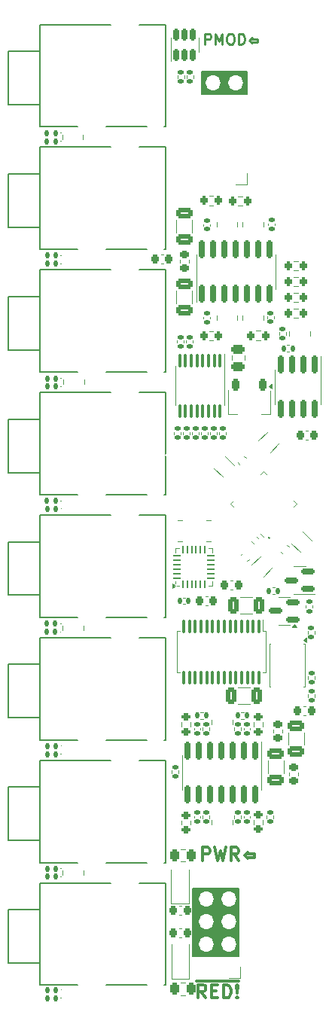
<source format=gbr>
%TF.GenerationSoftware,KiCad,Pcbnew,9.0.2*%
%TF.CreationDate,2025-06-26T18:02:10+02:00*%
%TF.ProjectId,eurorack-pmod-pcb,6575726f-7261-4636-9b2d-706d6f642d70,rev?*%
%TF.SameCoordinates,Original*%
%TF.FileFunction,Legend,Top*%
%TF.FilePolarity,Positive*%
%FSLAX46Y46*%
G04 Gerber Fmt 4.6, Leading zero omitted, Abs format (unit mm)*
G04 Created by KiCad (PCBNEW 9.0.2) date 2025-06-26 18:02:10*
%MOMM*%
%LPD*%
G01*
G04 APERTURE LIST*
G04 Aperture macros list*
%AMRoundRect*
0 Rectangle with rounded corners*
0 $1 Rounding radius*
0 $2 $3 $4 $5 $6 $7 $8 $9 X,Y pos of 4 corners*
0 Add a 4 corners polygon primitive as box body*
4,1,4,$2,$3,$4,$5,$6,$7,$8,$9,$2,$3,0*
0 Add four circle primitives for the rounded corners*
1,1,$1+$1,$2,$3*
1,1,$1+$1,$4,$5*
1,1,$1+$1,$6,$7*
1,1,$1+$1,$8,$9*
0 Add four rect primitives between the rounded corners*
20,1,$1+$1,$2,$3,$4,$5,0*
20,1,$1+$1,$4,$5,$6,$7,0*
20,1,$1+$1,$6,$7,$8,$9,0*
20,1,$1+$1,$8,$9,$2,$3,0*%
%AMRotRect*
0 Rectangle, with rotation*
0 The origin of the aperture is its center*
0 $1 length*
0 $2 width*
0 $3 Rotation angle, in degrees counterclockwise*
0 Add horizontal line*
21,1,$1,$2,0,0,$3*%
%AMFreePoly0*
4,1,9,3.862500,-0.866500,0.737500,-0.866500,0.737500,-0.450000,-0.737500,-0.450000,-0.737500,0.450000,0.737500,0.450000,0.737500,0.866500,3.862500,0.866500,3.862500,-0.866500,3.862500,-0.866500,$1*%
G04 Aperture macros list end*
%ADD10C,0.150000*%
%ADD11C,0.375000*%
%ADD12C,0.250000*%
%ADD13C,0.100000*%
%ADD14C,0.120000*%
%ADD15C,0.127000*%
%ADD16RoundRect,0.147500X0.147500X0.172500X-0.147500X0.172500X-0.147500X-0.172500X0.147500X-0.172500X0*%
%ADD17RoundRect,0.200000X-0.200000X-0.275000X0.200000X-0.275000X0.200000X0.275000X-0.200000X0.275000X0*%
%ADD18RoundRect,0.150000X-0.150000X0.825000X-0.150000X-0.825000X0.150000X-0.825000X0.150000X0.825000X0*%
%ADD19RoundRect,0.140000X0.170000X-0.140000X0.170000X0.140000X-0.170000X0.140000X-0.170000X-0.140000X0*%
%ADD20RoundRect,0.135000X0.185000X-0.135000X0.185000X0.135000X-0.185000X0.135000X-0.185000X-0.135000X0*%
%ADD21R,0.400000X0.500000*%
%ADD22R,0.300000X0.500000*%
%ADD23RoundRect,0.200000X0.275000X-0.200000X0.275000X0.200000X-0.275000X0.200000X-0.275000X-0.200000X0*%
%ADD24RoundRect,0.225000X-0.335876X-0.017678X-0.017678X-0.335876X0.335876X0.017678X0.017678X0.335876X0*%
%ADD25RoundRect,0.250000X-0.650000X0.325000X-0.650000X-0.325000X0.650000X-0.325000X0.650000X0.325000X0*%
%ADD26RoundRect,0.135000X-0.185000X0.135000X-0.185000X-0.135000X0.185000X-0.135000X0.185000X0.135000X0*%
%ADD27O,1.308000X2.616000*%
%ADD28O,2.016000X1.008000*%
%ADD29O,2.616000X1.308000*%
%ADD30R,1.100000X1.100000*%
%ADD31RoundRect,0.250000X0.229810X-0.689429X0.689429X-0.229810X-0.229810X0.689429X-0.689429X0.229810X0*%
%ADD32RoundRect,0.140000X-0.170000X0.140000X-0.170000X-0.140000X0.170000X-0.140000X0.170000X0.140000X0*%
%ADD33C,0.700000*%
%ADD34C,4.400000*%
%ADD35RoundRect,0.200000X-0.275000X0.200000X-0.275000X-0.200000X0.275000X-0.200000X0.275000X0.200000X0*%
%ADD36RoundRect,0.062500X0.282843X-0.194454X-0.194454X0.282843X-0.282843X0.194454X0.194454X-0.282843X0*%
%ADD37RoundRect,0.062500X0.282843X0.194454X0.194454X0.282843X-0.282843X-0.194454X-0.194454X-0.282843X0*%
%ADD38RotRect,3.700000X3.700000X135.000000*%
%ADD39RoundRect,0.140000X0.140000X0.170000X-0.140000X0.170000X-0.140000X-0.170000X0.140000X-0.170000X0*%
%ADD40RoundRect,0.225000X-0.225000X-0.250000X0.225000X-0.250000X0.225000X0.250000X-0.225000X0.250000X0*%
%ADD41RoundRect,0.135000X-0.226274X-0.035355X-0.035355X-0.226274X0.226274X0.035355X0.035355X0.226274X0*%
%ADD42R,1.700000X1.700000*%
%ADD43O,1.700000X1.700000*%
%ADD44RoundRect,0.200000X0.200000X0.275000X-0.200000X0.275000X-0.200000X-0.275000X0.200000X-0.275000X0*%
%ADD45RoundRect,0.250000X0.475000X-0.250000X0.475000X0.250000X-0.475000X0.250000X-0.475000X-0.250000X0*%
%ADD46RoundRect,0.135000X-0.135000X-0.185000X0.135000X-0.185000X0.135000X0.185000X-0.135000X0.185000X0*%
%ADD47RoundRect,0.100000X-0.100000X0.637500X-0.100000X-0.637500X0.100000X-0.637500X0.100000X0.637500X0*%
%ADD48RoundRect,0.250000X0.325000X0.650000X-0.325000X0.650000X-0.325000X-0.650000X0.325000X-0.650000X0*%
%ADD49RoundRect,0.225000X0.225000X0.250000X-0.225000X0.250000X-0.225000X-0.250000X0.225000X-0.250000X0*%
%ADD50RoundRect,0.250000X-0.229810X0.689429X-0.689429X0.229810X0.229810X-0.689429X0.689429X-0.229810X0*%
%ADD51RoundRect,0.225000X0.335876X0.017678X0.017678X0.335876X-0.335876X-0.017678X-0.017678X-0.335876X0*%
%ADD52RoundRect,0.225000X-0.225000X0.425000X-0.225000X-0.425000X0.225000X-0.425000X0.225000X0.425000X0*%
%ADD53FreePoly0,270.000000*%
%ADD54RoundRect,0.250000X0.689429X0.229810X0.229810X0.689429X-0.689429X-0.229810X-0.229810X-0.689429X0*%
%ADD55RoundRect,0.225000X-0.250000X0.225000X-0.250000X-0.225000X0.250000X-0.225000X0.250000X0.225000X0*%
%ADD56RoundRect,0.218750X-0.218750X-0.256250X0.218750X-0.256250X0.218750X0.256250X-0.218750X0.256250X0*%
%ADD57RoundRect,0.243750X0.243750X0.456250X-0.243750X0.456250X-0.243750X-0.456250X0.243750X-0.456250X0*%
%ADD58RoundRect,0.135000X0.135000X0.185000X-0.135000X0.185000X-0.135000X-0.185000X0.135000X-0.185000X0*%
%ADD59RoundRect,0.150000X0.587500X0.150000X-0.587500X0.150000X-0.587500X-0.150000X0.587500X-0.150000X0*%
%ADD60R,0.500000X0.400000*%
%ADD61R,0.500000X0.300000*%
%ADD62RoundRect,0.150000X0.150000X-0.825000X0.150000X0.825000X-0.150000X0.825000X-0.150000X-0.825000X0*%
%ADD63RoundRect,0.225000X0.017678X-0.335876X0.335876X-0.017678X-0.017678X0.335876X-0.335876X0.017678X0*%
%ADD64RoundRect,0.062500X0.062500X-0.350000X0.062500X0.350000X-0.062500X0.350000X-0.062500X-0.350000X0*%
%ADD65RoundRect,0.062500X0.350000X-0.062500X0.350000X0.062500X-0.350000X0.062500X-0.350000X-0.062500X0*%
%ADD66R,2.600000X2.600000*%
%ADD67R,0.640000X2.000000*%
%ADD68RoundRect,0.150000X0.150000X-0.512500X0.150000X0.512500X-0.150000X0.512500X-0.150000X-0.512500X0*%
%ADD69RoundRect,0.250000X-0.689429X-0.229810X-0.229810X-0.689429X0.689429X0.229810X0.229810X0.689429X0*%
%ADD70RoundRect,0.225000X0.250000X-0.225000X0.250000X0.225000X-0.250000X0.225000X-0.250000X-0.225000X0*%
G04 APERTURE END LIST*
D10*
X-1852577Y-5334000D02*
X3227423Y-5334000D01*
X3227423Y-7874000D01*
X-1852577Y-7874000D01*
X-1852577Y-5334000D01*
G36*
X-1852577Y-5334000D02*
G01*
X3227423Y-5334000D01*
X3227423Y-7874000D01*
X-1852577Y-7874000D01*
X-1852577Y-5334000D01*
G37*
X-2826500Y-97224800D02*
X2318500Y-97224800D01*
X2318500Y-104839800D01*
X-2826500Y-104839800D01*
X-2826500Y-97224800D01*
G36*
X-2826500Y-97224800D02*
G01*
X2318500Y-97224800D01*
X2318500Y-104839800D01*
X-2826500Y-104839800D01*
X-2826500Y-97224800D01*
G37*
D11*
X-1380777Y-109493456D02*
X-1880777Y-108779170D01*
X-2237920Y-109493456D02*
X-2237920Y-107993456D01*
X-2237920Y-107993456D02*
X-1666491Y-107993456D01*
X-1666491Y-107993456D02*
X-1523634Y-108064885D01*
X-1523634Y-108064885D02*
X-1452205Y-108136313D01*
X-1452205Y-108136313D02*
X-1380777Y-108279170D01*
X-1380777Y-108279170D02*
X-1380777Y-108493456D01*
X-1380777Y-108493456D02*
X-1452205Y-108636313D01*
X-1452205Y-108636313D02*
X-1523634Y-108707742D01*
X-1523634Y-108707742D02*
X-1666491Y-108779170D01*
X-1666491Y-108779170D02*
X-2237920Y-108779170D01*
X-737920Y-108707742D02*
X-237920Y-108707742D01*
X-23634Y-109493456D02*
X-737920Y-109493456D01*
X-737920Y-109493456D02*
X-737920Y-107993456D01*
X-737920Y-107993456D02*
X-23634Y-107993456D01*
X619222Y-109493456D02*
X619222Y-107993456D01*
X619222Y-107993456D02*
X976365Y-107993456D01*
X976365Y-107993456D02*
X1190651Y-108064885D01*
X1190651Y-108064885D02*
X1333508Y-108207742D01*
X1333508Y-108207742D02*
X1404937Y-108350599D01*
X1404937Y-108350599D02*
X1476365Y-108636313D01*
X1476365Y-108636313D02*
X1476365Y-108850599D01*
X1476365Y-108850599D02*
X1404937Y-109136313D01*
X1404937Y-109136313D02*
X1333508Y-109279170D01*
X1333508Y-109279170D02*
X1190651Y-109422028D01*
X1190651Y-109422028D02*
X976365Y-109493456D01*
X976365Y-109493456D02*
X619222Y-109493456D01*
X2119222Y-109350599D02*
X2190651Y-109422028D01*
X2190651Y-109422028D02*
X2119222Y-109493456D01*
X2119222Y-109493456D02*
X2047794Y-109422028D01*
X2047794Y-109422028D02*
X2119222Y-109350599D01*
X2119222Y-109350599D02*
X2119222Y-109493456D01*
X2119222Y-108922028D02*
X2047794Y-108064885D01*
X2047794Y-108064885D02*
X2119222Y-107993456D01*
X2119222Y-107993456D02*
X2190651Y-108064885D01*
X2190651Y-108064885D02*
X2119222Y-108922028D01*
X2119222Y-108922028D02*
X2119222Y-107993456D01*
X-2445063Y-107577028D02*
X2326366Y-107577028D01*
X-1757880Y-94042428D02*
X-1757880Y-92542428D01*
X-1757880Y-92542428D02*
X-1186451Y-92542428D01*
X-1186451Y-92542428D02*
X-1043594Y-92613857D01*
X-1043594Y-92613857D02*
X-972165Y-92685285D01*
X-972165Y-92685285D02*
X-900737Y-92828142D01*
X-900737Y-92828142D02*
X-900737Y-93042428D01*
X-900737Y-93042428D02*
X-972165Y-93185285D01*
X-972165Y-93185285D02*
X-1043594Y-93256714D01*
X-1043594Y-93256714D02*
X-1186451Y-93328142D01*
X-1186451Y-93328142D02*
X-1757880Y-93328142D01*
X-400737Y-92542428D02*
X-43594Y-94042428D01*
X-43594Y-94042428D02*
X242119Y-92971000D01*
X242119Y-92971000D02*
X527834Y-94042428D01*
X527834Y-94042428D02*
X884977Y-92542428D01*
X2313548Y-94042428D02*
X1813548Y-93328142D01*
X1456405Y-94042428D02*
X1456405Y-92542428D01*
X1456405Y-92542428D02*
X2027834Y-92542428D01*
X2027834Y-92542428D02*
X2170691Y-92613857D01*
X2170691Y-92613857D02*
X2242120Y-92685285D01*
X2242120Y-92685285D02*
X2313548Y-92828142D01*
X2313548Y-92828142D02*
X2313548Y-93042428D01*
X2313548Y-93042428D02*
X2242120Y-93185285D01*
X2242120Y-93185285D02*
X2170691Y-93256714D01*
X2170691Y-93256714D02*
X2027834Y-93328142D01*
X2027834Y-93328142D02*
X1456405Y-93328142D01*
X4099263Y-93256714D02*
X4099263Y-93685285D01*
X4099263Y-93685285D02*
X3313548Y-93685285D01*
X3313548Y-93685285D02*
X3313548Y-93828142D01*
X3313548Y-93828142D02*
X2956405Y-93471000D01*
X2956405Y-93471000D02*
X3313548Y-93113857D01*
X3313548Y-93113857D02*
X3313548Y-93256714D01*
X3313548Y-93256714D02*
X4099263Y-93256714D01*
D12*
X-1515428Y-2270142D02*
X-1515428Y-1070142D01*
X-1515428Y-1070142D02*
X-1058285Y-1070142D01*
X-1058285Y-1070142D02*
X-944000Y-1127285D01*
X-944000Y-1127285D02*
X-886857Y-1184428D01*
X-886857Y-1184428D02*
X-829714Y-1298714D01*
X-829714Y-1298714D02*
X-829714Y-1470142D01*
X-829714Y-1470142D02*
X-886857Y-1584428D01*
X-886857Y-1584428D02*
X-944000Y-1641571D01*
X-944000Y-1641571D02*
X-1058285Y-1698714D01*
X-1058285Y-1698714D02*
X-1515428Y-1698714D01*
X-315428Y-2270142D02*
X-315428Y-1070142D01*
X-315428Y-1070142D02*
X84571Y-1927285D01*
X84571Y-1927285D02*
X484571Y-1070142D01*
X484571Y-1070142D02*
X484571Y-2270142D01*
X1284571Y-1070142D02*
X1513143Y-1070142D01*
X1513143Y-1070142D02*
X1627428Y-1127285D01*
X1627428Y-1127285D02*
X1741714Y-1241571D01*
X1741714Y-1241571D02*
X1798857Y-1470142D01*
X1798857Y-1470142D02*
X1798857Y-1870142D01*
X1798857Y-1870142D02*
X1741714Y-2098714D01*
X1741714Y-2098714D02*
X1627428Y-2213000D01*
X1627428Y-2213000D02*
X1513143Y-2270142D01*
X1513143Y-2270142D02*
X1284571Y-2270142D01*
X1284571Y-2270142D02*
X1170286Y-2213000D01*
X1170286Y-2213000D02*
X1056000Y-2098714D01*
X1056000Y-2098714D02*
X998857Y-1870142D01*
X998857Y-1870142D02*
X998857Y-1470142D01*
X998857Y-1470142D02*
X1056000Y-1241571D01*
X1056000Y-1241571D02*
X1170286Y-1127285D01*
X1170286Y-1127285D02*
X1284571Y-1070142D01*
X2313143Y-2270142D02*
X2313143Y-1070142D01*
X2313143Y-1070142D02*
X2598857Y-1070142D01*
X2598857Y-1070142D02*
X2770286Y-1127285D01*
X2770286Y-1127285D02*
X2884571Y-1241571D01*
X2884571Y-1241571D02*
X2941714Y-1355857D01*
X2941714Y-1355857D02*
X2998857Y-1584428D01*
X2998857Y-1584428D02*
X2998857Y-1755857D01*
X2998857Y-1755857D02*
X2941714Y-1984428D01*
X2941714Y-1984428D02*
X2884571Y-2098714D01*
X2884571Y-2098714D02*
X2770286Y-2213000D01*
X2770286Y-2213000D02*
X2598857Y-2270142D01*
X2598857Y-2270142D02*
X2313143Y-2270142D01*
X4427429Y-1641571D02*
X4427429Y-1984428D01*
X4427429Y-1984428D02*
X3798857Y-1984428D01*
X3798857Y-1984428D02*
X3798857Y-2098714D01*
X3798857Y-2098714D02*
X3513143Y-1813000D01*
X3513143Y-1813000D02*
X3798857Y-1527285D01*
X3798857Y-1527285D02*
X3798857Y-1641571D01*
X3798857Y-1641571D02*
X4427429Y-1641571D01*
D13*
%TO.C,D7*%
X-17599000Y-39827200D02*
G75*
G02*
X-17699000Y-39827200I-50000J0D01*
G01*
X-17699000Y-39827200D02*
G75*
G02*
X-17599000Y-39827200I50000J0D01*
G01*
D14*
%TO.C,R9*%
X4271742Y-34478700D02*
X4746258Y-34478700D01*
X4271742Y-35523700D02*
X4746258Y-35523700D01*
%TO.C,U9*%
X6418400Y-40767000D02*
X6418400Y-38817000D01*
X6418400Y-40767000D02*
X6418400Y-42717000D01*
X11538400Y-40767000D02*
X11538400Y-37317000D01*
X11538400Y-40767000D02*
X11538400Y-42717000D01*
%TO.C,C18*%
X-1630000Y-33127836D02*
X-1630000Y-32912164D01*
X-910000Y-33127836D02*
X-910000Y-32912164D01*
%TO.C,R36*%
X10116000Y-73656641D02*
X10116000Y-73349359D01*
X10876000Y-73656641D02*
X10876000Y-73349359D01*
%TO.C,U2*%
X-4028600Y-84150200D02*
X-4028600Y-82200200D01*
X-4028600Y-84150200D02*
X-4028600Y-86100200D01*
X4841400Y-84150200D02*
X4841400Y-80700200D01*
X4841400Y-84150200D02*
X4841400Y-86100200D01*
D13*
%TO.C,D18*%
X-17599000Y-109524800D02*
G75*
G02*
X-17699000Y-109524800I-50000J0D01*
G01*
X-17699000Y-109524800D02*
G75*
G02*
X-17599000Y-109524800I50000J0D01*
G01*
D14*
%TO.C,RN11*%
X-17486800Y-95152400D02*
X-17486800Y-95652400D01*
X-15126800Y-95152400D02*
X-15126800Y-95652400D01*
%TO.C,R18*%
X3973300Y-78977258D02*
X3973300Y-78502742D01*
X5018300Y-78977258D02*
X5018300Y-78502742D01*
%TO.C,R13*%
X8512742Y-26655500D02*
X8987258Y-26655500D01*
X8512742Y-27700500D02*
X8987258Y-27700500D01*
%TO.C,C17*%
X7040801Y-59301425D02*
X7239612Y-59500236D01*
X7762050Y-58580176D02*
X7960861Y-58778987D01*
%TO.C,C4*%
X5586000Y-82772748D02*
X5586000Y-84195252D01*
X7406000Y-82772748D02*
X7406000Y-84195252D01*
D13*
%TO.C,D11*%
X-17649800Y-67411600D02*
G75*
G02*
X-17749800Y-67411600I-50000J0D01*
G01*
X-17749800Y-67411600D02*
G75*
G02*
X-17649800Y-67411600I50000J0D01*
G01*
%TO.C,D5*%
X-17599000Y-26009600D02*
G75*
G02*
X-17699000Y-26009600I-50000J0D01*
G01*
X-17699000Y-26009600D02*
G75*
G02*
X-17599000Y-26009600I50000J0D01*
G01*
D14*
%TO.C,R2*%
X-3564000Y-5736359D02*
X-3564000Y-6043641D01*
X-2804000Y-5736359D02*
X-2804000Y-6043641D01*
D15*
%TO.C,J10*%
X-23582000Y-85772626D02*
X-23582000Y-91772626D01*
X-23582000Y-91772626D02*
X-20082000Y-91772626D01*
X-20082000Y-82772626D02*
X-12110000Y-82772626D01*
X-20082000Y-85772626D02*
X-23582000Y-85772626D01*
X-20082000Y-85772626D02*
X-20082000Y-82772626D01*
X-20082000Y-91772626D02*
X-20082000Y-85772626D01*
X-20082000Y-94272626D02*
X-20082000Y-91772626D01*
X-15810000Y-94272626D02*
X-20082000Y-94272626D01*
X-12554000Y-94272626D02*
X-8056000Y-94272626D01*
X-5882000Y-82772626D02*
X-8854000Y-82772626D01*
X-5882000Y-82772626D02*
X-5882000Y-94272626D01*
X-5882000Y-94272626D02*
X-6108000Y-94272626D01*
D14*
%TO.C,D2*%
X-5254000Y-107340756D02*
X-5254000Y-103490756D01*
X-5254000Y-107340756D02*
X-3254000Y-107340756D01*
X-3254000Y-107340756D02*
X-3254000Y-103490756D01*
%TO.C,R8*%
X-4621800Y-35841241D02*
X-4621800Y-35533959D01*
X-3861800Y-35841241D02*
X-3861800Y-35533959D01*
%TO.C,R10*%
X8512742Y-31989500D02*
X8987258Y-31989500D01*
X8512742Y-33034500D02*
X8987258Y-33034500D01*
D15*
%TO.C,J5*%
X-23582000Y-16829771D02*
X-23582000Y-22829771D01*
X-23582000Y-22829771D02*
X-20082000Y-22829771D01*
X-20082000Y-13829771D02*
X-12110000Y-13829771D01*
X-20082000Y-16829771D02*
X-23582000Y-16829771D01*
X-20082000Y-16829771D02*
X-20082000Y-13829771D01*
X-20082000Y-22829771D02*
X-20082000Y-16829771D01*
X-20082000Y-25329771D02*
X-20082000Y-22829771D01*
X-15810000Y-25329771D02*
X-20082000Y-25329771D01*
X-12554000Y-25329771D02*
X-8056000Y-25329771D01*
X-5882000Y-13829771D02*
X-8854000Y-13829771D01*
X-5882000Y-13829771D02*
X-5882000Y-25329771D01*
X-5882000Y-25329771D02*
X-6108000Y-25329771D01*
D14*
%TO.C,C12*%
X4547031Y-46849464D02*
X5552893Y-45843602D01*
X5833965Y-48136398D02*
X6839827Y-47130536D01*
%TO.C,R33*%
X10096000Y-68244359D02*
X10096000Y-68551641D01*
X10856000Y-68244359D02*
X10856000Y-68551641D01*
%TO.C,R4*%
X9866000Y-65631640D02*
X9866000Y-65324358D01*
X10626000Y-65631640D02*
X10626000Y-65324358D01*
%TO.C,C25*%
X2865800Y-89046164D02*
X2865800Y-89261836D01*
X3585800Y-89046164D02*
X3585800Y-89261836D01*
%TO.C,C19*%
X5546000Y-33051636D02*
X5546000Y-32835964D01*
X6266000Y-33051636D02*
X6266000Y-32835964D01*
%TO.C,RN6*%
X-748200Y-89488200D02*
X-748200Y-89988200D01*
X1611800Y-89488200D02*
X1611800Y-89988200D01*
%TO.C,RN7*%
X7976000Y-34556000D02*
X7976000Y-35056000D01*
X10336000Y-34556000D02*
X10336000Y-35056000D01*
%TO.C,R26*%
X-4154700Y-89551742D02*
X-4154700Y-90026258D01*
X-3109700Y-89551742D02*
X-3109700Y-90026258D01*
%TO.C,U1*%
X1420084Y-53936575D02*
X1755959Y-53600699D01*
X1755959Y-54272451D02*
X1420084Y-53936575D01*
X4775305Y-57291797D02*
X5111181Y-57627672D01*
X5111181Y-50245478D02*
X4775305Y-50581353D01*
X5447057Y-50581353D02*
X5111181Y-50245478D01*
X8466403Y-53600699D02*
X8802278Y-53936575D01*
X8802278Y-53936575D02*
X8466403Y-54272451D01*
X5808739Y-57749471D02*
G75*
G02*
X5635899Y-57749471I-86420J0D01*
G01*
X5635899Y-57749471D02*
G75*
G02*
X5808739Y-57749471I86420J0D01*
G01*
%TO.C,C9*%
X-4720000Y-21974748D02*
X-4720000Y-23397252D01*
X-2900000Y-21974748D02*
X-2900000Y-23397252D01*
%TO.C,R24*%
X-1726200Y-79094359D02*
X-1726200Y-79401641D01*
X-966200Y-79094359D02*
X-966200Y-79401641D01*
D13*
%TO.C,D15*%
X-17599000Y-94945200D02*
G75*
G02*
X-17699000Y-94945200I-50000J0D01*
G01*
X-17699000Y-94945200D02*
G75*
G02*
X-17599000Y-94945200I50000J0D01*
G01*
D14*
%TO.C,RN8*%
X-17537600Y-12450000D02*
X-17537600Y-12950000D01*
X-15177600Y-12450000D02*
X-15177600Y-12950000D01*
D13*
%TO.C,D9*%
X-17614900Y-53594000D02*
G75*
G02*
X-17714900Y-53594000I-50000J0D01*
G01*
X-17714900Y-53594000D02*
G75*
G02*
X-17614900Y-53594000I50000J0D01*
G01*
D14*
%TO.C,C5*%
X7872000Y-79630748D02*
X7872000Y-81053252D01*
X9692000Y-79630748D02*
X9692000Y-81053252D01*
%TO.C,C30*%
X-3697274Y-64477568D02*
X-3912946Y-64477568D01*
X-3697274Y-65197568D02*
X-3912946Y-65197568D01*
%TO.C,C1*%
X9855420Y-45708000D02*
X10136580Y-45708000D01*
X9855420Y-46728000D02*
X10136580Y-46728000D01*
%TO.C,RN10*%
X-17486800Y-67618800D02*
X-17486800Y-68118800D01*
X-15126800Y-67618800D02*
X-15126800Y-68118800D01*
%TO.C,R34*%
X3768166Y-58175413D02*
X3985447Y-58392694D01*
X4305567Y-57638012D02*
X4522848Y-57855293D01*
%TO.C,J1*%
X2510471Y-105975000D02*
X2510471Y-107245000D01*
X2510471Y-107245000D02*
X1240471Y-107245000D01*
%TO.C,RN3*%
X2744800Y-22229000D02*
X2744800Y-22729000D01*
X5104800Y-22229000D02*
X5104800Y-22729000D01*
%TO.C,R15*%
X-536942Y-19314900D02*
X-1011458Y-19314900D01*
X-536942Y-20359900D02*
X-1011458Y-20359900D01*
%TO.C,R6*%
X-536942Y-34529500D02*
X-1011458Y-34529500D01*
X-536942Y-35574500D02*
X-1011458Y-35574500D01*
%TO.C,C33*%
X1511000Y-37779254D02*
X1511000Y-37256748D01*
X2981000Y-37779254D02*
X2981000Y-37256748D01*
%TO.C,R30*%
X3998700Y-89475542D02*
X3998700Y-89950058D01*
X5043700Y-89475542D02*
X5043700Y-89950058D01*
%TO.C,R23*%
X-2007841Y-77344000D02*
X-1700559Y-77344000D01*
X-2007841Y-78104000D02*
X-1700559Y-78104000D01*
%TO.C,RN1*%
X-176200Y-32770000D02*
X-176200Y-33270000D01*
X2183800Y-32770000D02*
X2183800Y-33270000D01*
%TO.C,R25*%
X-888000Y-45846359D02*
X-888000Y-46153641D01*
X-128000Y-45846359D02*
X-128000Y-46153641D01*
%TO.C,U4*%
X-4792400Y-40666000D02*
X-4792400Y-38466000D01*
X-4792400Y-40666000D02*
X-4792400Y-42866000D01*
X677600Y-40666000D02*
X677600Y-37066000D01*
X677600Y-40666000D02*
X677600Y-42866000D01*
%TO.C,C3*%
X3865852Y-64430000D02*
X2443348Y-64430000D01*
X3865852Y-66250000D02*
X2443348Y-66250000D01*
%TO.C,D1*%
X-5269785Y-98918000D02*
X-5269785Y-95068000D01*
X-5269785Y-98918000D02*
X-3269785Y-98918000D01*
X-3269785Y-98918000D02*
X-3269785Y-95068000D01*
D13*
%TO.C,D6*%
X-17599000Y-26924000D02*
G75*
G02*
X-17699000Y-26924000I-50000J0D01*
G01*
X-17699000Y-26924000D02*
G75*
G02*
X-17599000Y-26924000I50000J0D01*
G01*
D14*
%TO.C,R11*%
X-4952000Y-45846359D02*
X-4952000Y-46153641D01*
X-4192000Y-45846359D02*
X-4192000Y-46153641D01*
%TO.C,C8*%
X-6158620Y-25906000D02*
X-6439780Y-25906000D01*
X-6158620Y-26926000D02*
X-6439780Y-26926000D01*
%TO.C,C28*%
X3611252Y-74590000D02*
X2188748Y-74590000D01*
X3611252Y-76410000D02*
X2188748Y-76410000D01*
%TO.C,C16*%
X4790893Y-59813602D02*
X3785031Y-60819464D01*
X6077827Y-61100536D02*
X5071965Y-62106398D01*
%TO.C,C14*%
X2418355Y-49490775D02*
X2219544Y-49291964D01*
X3139604Y-48769526D02*
X2940793Y-48570715D01*
D15*
%TO.C,J9*%
X-23582000Y-71984055D02*
X-23582000Y-77984055D01*
X-23582000Y-77984055D02*
X-20082000Y-77984055D01*
X-20082000Y-68984055D02*
X-12110000Y-68984055D01*
X-20082000Y-71984055D02*
X-23582000Y-71984055D01*
X-20082000Y-71984055D02*
X-20082000Y-68984055D01*
X-20082000Y-77984055D02*
X-20082000Y-71984055D01*
X-20082000Y-80484055D02*
X-20082000Y-77984055D01*
X-15810000Y-80484055D02*
X-20082000Y-80484055D01*
X-12554000Y-80484055D02*
X-8056000Y-80484055D01*
X-5882000Y-68984055D02*
X-8854000Y-68984055D01*
X-5882000Y-68984055D02*
X-5882000Y-80484055D01*
X-5882000Y-80484055D02*
X-6108000Y-80484055D01*
D14*
%TO.C,U8*%
X1136000Y-43828000D02*
X1136000Y-41108000D01*
X2116000Y-43828000D02*
X1136000Y-43828000D01*
X4876000Y-43828000D02*
X5856000Y-43828000D01*
X5856000Y-41248000D02*
X5856000Y-43828000D01*
X6036000Y-40938000D02*
X5706000Y-40698000D01*
X6036000Y-40458000D01*
X6036000Y-40938000D01*
G36*
X6036000Y-40938000D02*
G01*
X5706000Y-40698000D01*
X6036000Y-40458000D01*
X6036000Y-40938000D01*
G37*
%TO.C,C10*%
X547046Y-50906751D02*
X-458816Y-49900889D01*
X1833980Y-49619817D02*
X828118Y-48613955D01*
%TO.C,R27*%
X-1726200Y-89307641D02*
X-1726200Y-89000359D01*
X-966200Y-89307641D02*
X-966200Y-89000359D01*
%TO.C,C23*%
X-2722200Y-79355836D02*
X-2722200Y-79140164D01*
X-2002200Y-79355836D02*
X-2002200Y-79140164D01*
%TO.C,C13*%
X8018000Y-84172420D02*
X8018000Y-84453580D01*
X9038000Y-84172420D02*
X9038000Y-84453580D01*
%TO.C,RN2*%
X2744800Y-32770000D02*
X2744800Y-33270000D01*
X5104800Y-32770000D02*
X5104800Y-33270000D01*
%TO.C,L2*%
X-4416779Y-101708000D02*
X-4091221Y-101708000D01*
X-4416779Y-102728000D02*
X-4091221Y-102728000D01*
%TO.C,C22*%
X2865800Y-79355836D02*
X2865800Y-79140164D01*
X3585800Y-79355836D02*
X3585800Y-79140164D01*
%TO.C,R31*%
X1829800Y-89305641D02*
X1829800Y-88998359D01*
X2589800Y-89305641D02*
X2589800Y-88998359D01*
D13*
%TO.C,D12*%
X-17649800Y-68326000D02*
G75*
G02*
X-17749800Y-68326000I-50000J0D01*
G01*
X-17749800Y-68326000D02*
G75*
G02*
X-17649800Y-68326000I50000J0D01*
G01*
D14*
%TO.C,C11*%
X-4720000Y-29942748D02*
X-4720000Y-31365252D01*
X-2900000Y-29942748D02*
X-2900000Y-31365252D01*
%TO.C,F3*%
X-3663669Y-92758000D02*
X-4180825Y-92758000D01*
X-3663669Y-94178000D02*
X-4180825Y-94178000D01*
%TO.C,R20*%
X1829800Y-79094359D02*
X1829800Y-79401641D01*
X2589800Y-79094359D02*
X2589800Y-79401641D01*
%TO.C,R22*%
X-4154700Y-78977258D02*
X-4154700Y-78502742D01*
X-3109700Y-78977258D02*
X-3109700Y-78502742D01*
D13*
%TO.C,D4*%
X-17614900Y-13157200D02*
G75*
G02*
X-17714900Y-13157200I-50000J0D01*
G01*
X-17714900Y-13157200D02*
G75*
G02*
X-17614900Y-13157200I50000J0D01*
G01*
D14*
%TO.C,R42*%
X7710959Y-36069000D02*
X8018241Y-36069000D01*
X7710959Y-36829000D02*
X8018241Y-36829000D01*
%TO.C,R16*%
X8512742Y-28433500D02*
X8987258Y-28433500D01*
X8512742Y-29478500D02*
X8987258Y-29478500D01*
%TO.C,R29*%
X128000Y-45846359D02*
X128000Y-46153641D01*
X888000Y-45846359D02*
X888000Y-46153641D01*
D13*
%TO.C,D16*%
X-17599000Y-95859600D02*
G75*
G02*
X-17699000Y-95859600I-50000J0D01*
G01*
X-17699000Y-95859600D02*
G75*
G02*
X-17599000Y-95859600I50000J0D01*
G01*
D14*
%TO.C,C29*%
X1377733Y-62566925D02*
X1658893Y-62566925D01*
X1377733Y-63586925D02*
X1658893Y-63586925D01*
%TO.C,L1*%
X-4416779Y-99142958D02*
X-4091221Y-99142958D01*
X-4416779Y-100162958D02*
X-4091221Y-100162958D01*
D13*
%TO.C,D17*%
X-17599000Y-108610400D02*
G75*
G02*
X-17699000Y-108610400I-50000J0D01*
G01*
X-17699000Y-108610400D02*
G75*
G02*
X-17599000Y-108610400I50000J0D01*
G01*
D14*
%TO.C,F2*%
X-3714343Y-107758000D02*
X-4231499Y-107758000D01*
X-3714343Y-109178000D02*
X-4231499Y-109178000D01*
%TO.C,C32*%
X9861581Y-76708000D02*
X9580419Y-76708000D01*
X9861581Y-77728000D02*
X9580419Y-77728000D01*
%TO.C,R35*%
X10116000Y-75339359D02*
X10116000Y-75646641D01*
X10876000Y-75339359D02*
X10876000Y-75646641D01*
%TO.C,R3*%
X6389642Y-63338000D02*
X6082360Y-63338000D01*
X6389642Y-64098000D02*
X6082360Y-64098000D01*
%TO.C,Q1*%
X9183501Y-60957999D02*
X8533501Y-60958000D01*
X9183501Y-60957999D02*
X9833501Y-60958000D01*
X9183501Y-64078001D02*
X8533501Y-64078000D01*
X9183501Y-64078001D02*
X10858500Y-64078000D01*
%TO.C,R12*%
X2226542Y-19340300D02*
X2701058Y-19340300D01*
X2226542Y-20385300D02*
X2701058Y-20385300D01*
%TO.C,R7*%
X8512742Y-30211500D02*
X8987258Y-30211500D01*
X8512742Y-31256500D02*
X8987258Y-31256500D01*
%TO.C,R5*%
X-3605800Y-35841241D02*
X-3605800Y-35533959D01*
X-2845800Y-35841241D02*
X-2845800Y-35533959D01*
%TO.C,C31*%
X-1451416Y-64350470D02*
X-1170256Y-64350470D01*
X-1451416Y-65370470D02*
X-1170256Y-65370470D01*
D15*
%TO.C,J11*%
X-23582000Y-99561200D02*
X-23582000Y-105561200D01*
X-23582000Y-105561200D02*
X-20082000Y-105561200D01*
X-20082000Y-96561200D02*
X-12110000Y-96561200D01*
X-20082000Y-99561200D02*
X-23582000Y-99561200D01*
X-20082000Y-99561200D02*
X-20082000Y-96561200D01*
X-20082000Y-105561200D02*
X-20082000Y-99561200D01*
X-20082000Y-108061200D02*
X-20082000Y-105561200D01*
X-15810000Y-108061200D02*
X-20082000Y-108061200D01*
X-12554000Y-108061200D02*
X-8056000Y-108061200D01*
X-5882000Y-96561200D02*
X-8854000Y-96561200D01*
X-5882000Y-96561200D02*
X-5882000Y-108061200D01*
X-5882000Y-108061200D02*
X-6108000Y-108061200D01*
D14*
%TO.C,RN12*%
X-4568000Y-55753500D02*
X-4068000Y-55753500D01*
X-4568000Y-58113500D02*
X-4068000Y-58113500D01*
%TO.C,RN9*%
X-17385200Y-39983600D02*
X-17385200Y-40483600D01*
X-15025200Y-39983600D02*
X-15025200Y-40483600D01*
%TO.C,R19*%
X2871441Y-77344000D02*
X2564159Y-77344000D01*
X2871441Y-78104000D02*
X2564159Y-78104000D01*
%TO.C,R28*%
X-5206000Y-83922359D02*
X-5206000Y-84229641D01*
X-4446000Y-83922359D02*
X-4446000Y-84229641D01*
D13*
%TO.C,D14*%
X-17599000Y-82092800D02*
G75*
G02*
X-17699000Y-82092800I-50000J0D01*
G01*
X-17699000Y-82092800D02*
G75*
G02*
X-17599000Y-82092800I50000J0D01*
G01*
%TO.C,D8*%
X-17599000Y-40741600D02*
G75*
G02*
X-17699000Y-40741600I-50000J0D01*
G01*
X-17699000Y-40741600D02*
G75*
G02*
X-17599000Y-40741600I50000J0D01*
G01*
D14*
%TO.C,RN4*%
X-176200Y-22229000D02*
X-176200Y-22729000D01*
X2183800Y-22229000D02*
X2183800Y-22729000D01*
%TO.C,C20*%
X5640000Y-22607836D02*
X5640000Y-22392164D01*
X6360000Y-22607836D02*
X6360000Y-22392164D01*
%TO.C,C24*%
X-2722200Y-89046164D02*
X-2722200Y-89261836D01*
X-2002200Y-89046164D02*
X-2002200Y-89261836D01*
%TO.C,R1*%
X-4580000Y-5736359D02*
X-4580000Y-6043641D01*
X-3820000Y-5736359D02*
X-3820000Y-6043641D01*
%TO.C,R14*%
X-3936000Y-45846359D02*
X-3936000Y-46153641D01*
X-3176000Y-45846359D02*
X-3176000Y-46153641D01*
%TO.C,R17*%
X-2920000Y-45846359D02*
X-2920000Y-46153641D01*
X-2160000Y-45846359D02*
X-2160000Y-46153641D01*
%TO.C,U3*%
X-2435000Y-27813000D02*
X-2435000Y-25863000D01*
X-2435000Y-27813000D02*
X-2435000Y-31263000D01*
X6435000Y-27813000D02*
X6435000Y-25863000D01*
X6435000Y-27813000D02*
X6435000Y-29763000D01*
%TO.C,U6*%
X7433500Y-64407999D02*
X6783500Y-64408000D01*
X7433500Y-64407999D02*
X8083500Y-64408000D01*
X7433500Y-67528001D02*
X6783500Y-67528000D01*
X7433500Y-67528001D02*
X8083500Y-67528000D01*
X8836000Y-67808000D02*
X8356000Y-67807999D01*
X8596000Y-67478000D01*
X8836000Y-67808000D01*
G36*
X8836000Y-67808000D02*
G01*
X8356000Y-67807999D01*
X8596000Y-67478000D01*
X8836000Y-67808000D01*
G37*
D15*
%TO.C,J7*%
X-23582000Y-44406913D02*
X-23582000Y-50406913D01*
X-23582000Y-50406913D02*
X-20082000Y-50406913D01*
X-20082000Y-41406913D02*
X-12110000Y-41406913D01*
X-20082000Y-44406913D02*
X-23582000Y-44406913D01*
X-20082000Y-44406913D02*
X-20082000Y-41406913D01*
X-20082000Y-50406913D02*
X-20082000Y-44406913D01*
X-20082000Y-52906913D02*
X-20082000Y-50406913D01*
X-15810000Y-52906913D02*
X-20082000Y-52906913D01*
X-12554000Y-52906913D02*
X-8056000Y-52906913D01*
X-5882000Y-41406913D02*
X-8854000Y-41406913D01*
X-5882000Y-41406913D02*
X-5882000Y-52906913D01*
X-5882000Y-52906913D02*
X-6108000Y-52906913D01*
D14*
%TO.C,RN5*%
X-748200Y-78736000D02*
X-748200Y-78236000D01*
X1611800Y-78736000D02*
X1611800Y-78236000D01*
%TO.C,C2*%
X2554069Y-59665072D02*
X2752880Y-59466261D01*
X3275318Y-60386321D02*
X3474129Y-60187510D01*
%TO.C,RN13*%
X-1298000Y-55753500D02*
X-798000Y-55753500D01*
X-1298000Y-58113500D02*
X-798000Y-58113500D01*
%TO.C,R21*%
X-1904000Y-45846359D02*
X-1904000Y-46153641D01*
X-1144000Y-45846359D02*
X-1144000Y-46153641D01*
%TO.C,R32*%
X5462000Y-89305641D02*
X5462000Y-88998359D01*
X6222000Y-89305641D02*
X6222000Y-88998359D01*
%TO.C,U10*%
X-4596000Y-68268000D02*
X-4321000Y-68268000D01*
X-4596000Y-70578000D02*
X-4596000Y-68268000D01*
X-4596000Y-70578000D02*
X-4596000Y-72888000D01*
X-4596000Y-72888000D02*
X-4321000Y-72888000D01*
X5049000Y-68268000D02*
X5049000Y-66978000D01*
X5324000Y-68268000D02*
X5049000Y-68268000D01*
X5324000Y-70578000D02*
X5324000Y-68268000D01*
X5324000Y-70578000D02*
X5324000Y-72888000D01*
X5324000Y-72888000D02*
X5049000Y-72888000D01*
%TO.C,C15*%
X6240000Y-79359420D02*
X6240000Y-79640580D01*
X7260000Y-79359420D02*
X7260000Y-79640580D01*
%TO.C,C21*%
X-1630000Y-22685836D02*
X-1630000Y-22470164D01*
X-910000Y-22685836D02*
X-910000Y-22470164D01*
%TO.C,U7*%
X-4832883Y-58932479D02*
X-4357883Y-58932479D01*
X-4832883Y-59407479D02*
X-4832883Y-58932479D01*
X-4832883Y-62677479D02*
X-4832883Y-62852479D01*
X-4357883Y-63152479D02*
X-4592883Y-63152479D01*
X-612883Y-58932479D02*
X-1087883Y-58932479D01*
X-612883Y-59407479D02*
X-612883Y-58932479D01*
X-612883Y-62677479D02*
X-612883Y-63152479D01*
X-612883Y-63152479D02*
X-1087883Y-63152479D01*
X-4832883Y-63152479D02*
X-5162883Y-63392479D01*
X-5162883Y-62912479D01*
X-4832883Y-63152479D01*
G36*
X-4832883Y-63152479D02*
G01*
X-5162883Y-63392479D01*
X-5162883Y-62912479D01*
X-4832883Y-63152479D01*
G37*
D13*
%TO.C,D3*%
X-17614900Y-12242800D02*
G75*
G02*
X-17714900Y-12242800I-50000J0D01*
G01*
X-17714900Y-12242800D02*
G75*
G02*
X-17614900Y-12242800I50000J0D01*
G01*
D15*
%TO.C,J4*%
X-23582000Y-3041200D02*
X-23582000Y-9041200D01*
X-23582000Y-9041200D02*
X-20082000Y-9041200D01*
X-20082000Y-41200D02*
X-12110000Y-41200D01*
X-20082000Y-3041200D02*
X-23582000Y-3041200D01*
X-20082000Y-3041200D02*
X-20082000Y-41200D01*
X-20082000Y-9041200D02*
X-20082000Y-3041200D01*
X-20082000Y-11541200D02*
X-20082000Y-9041200D01*
X-15810000Y-11541200D02*
X-20082000Y-11541200D01*
X-12554000Y-11541200D02*
X-8056000Y-11541200D01*
X-5882000Y-41200D02*
X-8854000Y-41200D01*
X-5882000Y-41200D02*
X-5882000Y-11541200D01*
X-5882000Y-11541200D02*
X-6108000Y-11541200D01*
%TO.C,J6*%
X-23582000Y-30618342D02*
X-23582000Y-36618342D01*
X-23582000Y-36618342D02*
X-20082000Y-36618342D01*
X-20082000Y-27618342D02*
X-12110000Y-27618342D01*
X-20082000Y-30618342D02*
X-23582000Y-30618342D01*
X-20082000Y-30618342D02*
X-20082000Y-27618342D01*
X-20082000Y-36618342D02*
X-20082000Y-30618342D01*
X-20082000Y-39118342D02*
X-20082000Y-36618342D01*
X-15810000Y-39118342D02*
X-20082000Y-39118342D01*
X-12554000Y-39118342D02*
X-8056000Y-39118342D01*
X-5882000Y-27618342D02*
X-8854000Y-27618342D01*
X-5882000Y-27618342D02*
X-5882000Y-39118342D01*
X-5882000Y-39118342D02*
X-6108000Y-39118342D01*
%TO.C,J8*%
X-23582000Y-58195484D02*
X-23582000Y-64195484D01*
X-23582000Y-64195484D02*
X-20082000Y-64195484D01*
X-20082000Y-55195484D02*
X-12110000Y-55195484D01*
X-20082000Y-58195484D02*
X-23582000Y-58195484D01*
X-20082000Y-58195484D02*
X-20082000Y-55195484D01*
X-20082000Y-64195484D02*
X-20082000Y-58195484D01*
X-20082000Y-66695484D02*
X-20082000Y-64195484D01*
X-15810000Y-66695484D02*
X-20082000Y-66695484D01*
X-12554000Y-66695484D02*
X-8056000Y-66695484D01*
X-5882000Y-55195484D02*
X-8854000Y-55195484D01*
X-5882000Y-55195484D02*
X-5882000Y-66695484D01*
X-5882000Y-66695484D02*
X-6108000Y-66695484D01*
D13*
%TO.C,D13*%
X-17599000Y-81178400D02*
G75*
G02*
X-17699000Y-81178400I-50000J0D01*
G01*
X-17699000Y-81178400D02*
G75*
G02*
X-17599000Y-81178400I50000J0D01*
G01*
D14*
%TO.C,U11*%
X5746000Y-69668000D02*
X5896000Y-69668000D01*
X5746000Y-74468000D02*
X5746000Y-69668000D01*
X5896000Y-74468000D02*
X5746000Y-74468000D01*
X9596000Y-69668000D02*
X9746000Y-69668000D01*
X9746000Y-69668000D02*
X9746000Y-74468000D01*
X9746000Y-74468000D02*
X9596000Y-74468000D01*
X9926000Y-69458000D02*
X9596000Y-69218000D01*
X9926000Y-68978000D01*
X9926000Y-69458000D01*
G36*
X9926000Y-69458000D02*
G01*
X9596000Y-69218000D01*
X9926000Y-68978000D01*
X9926000Y-69458000D01*
G37*
%TO.C,U5*%
X-5335000Y-2325000D02*
X-5335000Y-1525000D01*
X-5335000Y-2325000D02*
X-5335000Y-4125000D01*
X-2215000Y-2325000D02*
X-2215000Y-1525000D01*
X-2215000Y-2325000D02*
X-2215000Y-3125000D01*
%TO.C,C7*%
X8221472Y-58369989D02*
X9227334Y-59375851D01*
X9508406Y-57083055D02*
X10514268Y-58088917D01*
%TO.C,J2*%
X3270000Y-16750000D02*
X3270000Y-18020000D01*
X3270000Y-18020000D02*
X2000000Y-18020000D01*
%TO.C,R43*%
X6875000Y-34926241D02*
X6875000Y-34618959D01*
X7635000Y-34926241D02*
X7635000Y-34618959D01*
D13*
%TO.C,D10*%
X-17599000Y-54508400D02*
G75*
G02*
X-17699000Y-54508400I-50000J0D01*
G01*
X-17699000Y-54508400D02*
G75*
G02*
X-17599000Y-54508400I50000J0D01*
G01*
D14*
%TO.C,C6*%
X-4320000Y-26810580D02*
X-4320000Y-26529420D01*
X-3300000Y-26810580D02*
X-3300000Y-26529420D01*
%TD*%
%LPC*%
D10*
X-3251800Y-18263125D02*
X-3204180Y-18344077D01*
X-3204180Y-18344077D02*
X-3204180Y-18505982D01*
X-3204180Y-18505982D02*
X-3251800Y-18586935D01*
X-3251800Y-18586935D02*
X-3347038Y-18627411D01*
X-3347038Y-18627411D02*
X-3727990Y-18627411D01*
X-3727990Y-18627411D02*
X-3823228Y-18586935D01*
X-3823228Y-18586935D02*
X-3870847Y-18505982D01*
X-3870847Y-18505982D02*
X-3870847Y-18344077D01*
X-3870847Y-18344077D02*
X-3823228Y-18263125D01*
X-3823228Y-18263125D02*
X-3727990Y-18222649D01*
X-3727990Y-18222649D02*
X-3632752Y-18222649D01*
X-3632752Y-18222649D02*
X-3537514Y-18627411D01*
X-3870847Y-17494078D02*
X-3204180Y-17494078D01*
X-3870847Y-17858364D02*
X-3347038Y-17858364D01*
X-3347038Y-17858364D02*
X-3251800Y-17817887D01*
X-3251800Y-17817887D02*
X-3204180Y-17736935D01*
X-3204180Y-17736935D02*
X-3204180Y-17615506D01*
X-3204180Y-17615506D02*
X-3251800Y-17534554D01*
X-3251800Y-17534554D02*
X-3299419Y-17494078D01*
X-3204180Y-17089316D02*
X-3870847Y-17089316D01*
X-3680371Y-17089316D02*
X-3775609Y-17048839D01*
X-3775609Y-17048839D02*
X-3823228Y-17008363D01*
X-3823228Y-17008363D02*
X-3870847Y-16927411D01*
X-3870847Y-16927411D02*
X-3870847Y-16846458D01*
X-3204180Y-16441697D02*
X-3251800Y-16522649D01*
X-3251800Y-16522649D02*
X-3299419Y-16563126D01*
X-3299419Y-16563126D02*
X-3394657Y-16603602D01*
X-3394657Y-16603602D02*
X-3680371Y-16603602D01*
X-3680371Y-16603602D02*
X-3775609Y-16563126D01*
X-3775609Y-16563126D02*
X-3823228Y-16522649D01*
X-3823228Y-16522649D02*
X-3870847Y-16441697D01*
X-3870847Y-16441697D02*
X-3870847Y-16320268D01*
X-3870847Y-16320268D02*
X-3823228Y-16239316D01*
X-3823228Y-16239316D02*
X-3775609Y-16198840D01*
X-3775609Y-16198840D02*
X-3680371Y-16158364D01*
X-3680371Y-16158364D02*
X-3394657Y-16158364D01*
X-3394657Y-16158364D02*
X-3299419Y-16198840D01*
X-3299419Y-16198840D02*
X-3251800Y-16239316D01*
X-3251800Y-16239316D02*
X-3204180Y-16320268D01*
X-3204180Y-16320268D02*
X-3204180Y-16441697D01*
X-3585133Y-15794078D02*
X-3585133Y-15146459D01*
X-3870847Y-14741697D02*
X-2870847Y-14741697D01*
X-3823228Y-14741697D02*
X-3870847Y-14660744D01*
X-3870847Y-14660744D02*
X-3870847Y-14498839D01*
X-3870847Y-14498839D02*
X-3823228Y-14417887D01*
X-3823228Y-14417887D02*
X-3775609Y-14377411D01*
X-3775609Y-14377411D02*
X-3680371Y-14336935D01*
X-3680371Y-14336935D02*
X-3394657Y-14336935D01*
X-3394657Y-14336935D02*
X-3299419Y-14377411D01*
X-3299419Y-14377411D02*
X-3251800Y-14417887D01*
X-3251800Y-14417887D02*
X-3204180Y-14498839D01*
X-3204180Y-14498839D02*
X-3204180Y-14660744D01*
X-3204180Y-14660744D02*
X-3251800Y-14741697D01*
X-3204180Y-13972649D02*
X-3870847Y-13972649D01*
X-3775609Y-13972649D02*
X-3823228Y-13932172D01*
X-3823228Y-13932172D02*
X-3870847Y-13851220D01*
X-3870847Y-13851220D02*
X-3870847Y-13729791D01*
X-3870847Y-13729791D02*
X-3823228Y-13648839D01*
X-3823228Y-13648839D02*
X-3727990Y-13608363D01*
X-3727990Y-13608363D02*
X-3204180Y-13608363D01*
X-3727990Y-13608363D02*
X-3823228Y-13567887D01*
X-3823228Y-13567887D02*
X-3870847Y-13486934D01*
X-3870847Y-13486934D02*
X-3870847Y-13365506D01*
X-3870847Y-13365506D02*
X-3823228Y-13284553D01*
X-3823228Y-13284553D02*
X-3727990Y-13244077D01*
X-3727990Y-13244077D02*
X-3204180Y-13244077D01*
X-3204180Y-12717887D02*
X-3251800Y-12798839D01*
X-3251800Y-12798839D02*
X-3299419Y-12839316D01*
X-3299419Y-12839316D02*
X-3394657Y-12879792D01*
X-3394657Y-12879792D02*
X-3680371Y-12879792D01*
X-3680371Y-12879792D02*
X-3775609Y-12839316D01*
X-3775609Y-12839316D02*
X-3823228Y-12798839D01*
X-3823228Y-12798839D02*
X-3870847Y-12717887D01*
X-3870847Y-12717887D02*
X-3870847Y-12596458D01*
X-3870847Y-12596458D02*
X-3823228Y-12515506D01*
X-3823228Y-12515506D02*
X-3775609Y-12475030D01*
X-3775609Y-12475030D02*
X-3680371Y-12434554D01*
X-3680371Y-12434554D02*
X-3394657Y-12434554D01*
X-3394657Y-12434554D02*
X-3299419Y-12475030D01*
X-3299419Y-12475030D02*
X-3251800Y-12515506D01*
X-3251800Y-12515506D02*
X-3204180Y-12596458D01*
X-3204180Y-12596458D02*
X-3204180Y-12717887D01*
X-3204180Y-11705982D02*
X-4204180Y-11705982D01*
X-3251800Y-11705982D02*
X-3204180Y-11786934D01*
X-3204180Y-11786934D02*
X-3204180Y-11948839D01*
X-3204180Y-11948839D02*
X-3251800Y-12029791D01*
X-3251800Y-12029791D02*
X-3299419Y-12070268D01*
X-3299419Y-12070268D02*
X-3394657Y-12110744D01*
X-3394657Y-12110744D02*
X-3680371Y-12110744D01*
X-3680371Y-12110744D02*
X-3775609Y-12070268D01*
X-3775609Y-12070268D02*
X-3823228Y-12029791D01*
X-3823228Y-12029791D02*
X-3870847Y-11948839D01*
X-3870847Y-11948839D02*
X-3870847Y-11786934D01*
X-3870847Y-11786934D02*
X-3823228Y-11705982D01*
X-3204180Y-10653601D02*
X-3870847Y-10653601D01*
X-3680371Y-10653601D02*
X-3775609Y-10613124D01*
X-3775609Y-10613124D02*
X-3823228Y-10572648D01*
X-3823228Y-10572648D02*
X-3870847Y-10491696D01*
X-3870847Y-10491696D02*
X-3870847Y-10410743D01*
X-4204180Y-10208363D02*
X-4204180Y-9682172D01*
X-4204180Y-9682172D02*
X-3823228Y-9965506D01*
X-3823228Y-9965506D02*
X-3823228Y-9844077D01*
X-3823228Y-9844077D02*
X-3775609Y-9763125D01*
X-3775609Y-9763125D02*
X-3727990Y-9722649D01*
X-3727990Y-9722649D02*
X-3632752Y-9682172D01*
X-3632752Y-9682172D02*
X-3394657Y-9682172D01*
X-3394657Y-9682172D02*
X-3299419Y-9722649D01*
X-3299419Y-9722649D02*
X-3251800Y-9763125D01*
X-3251800Y-9763125D02*
X-3204180Y-9844077D01*
X-3204180Y-9844077D02*
X-3204180Y-10086934D01*
X-3204180Y-10086934D02*
X-3251800Y-10167887D01*
X-3251800Y-10167887D02*
X-3299419Y-10208363D01*
X-3299419Y-9317887D02*
X-3251800Y-9277410D01*
X-3251800Y-9277410D02*
X-3204180Y-9317887D01*
X-3204180Y-9317887D02*
X-3251800Y-9358363D01*
X-3251800Y-9358363D02*
X-3299419Y-9317887D01*
X-3299419Y-9317887D02*
X-3204180Y-9317887D01*
X-4204180Y-8508363D02*
X-4204180Y-8913125D01*
X-4204180Y-8913125D02*
X-3727990Y-8953601D01*
X-3727990Y-8953601D02*
X-3775609Y-8913125D01*
X-3775609Y-8913125D02*
X-3823228Y-8832172D01*
X-3823228Y-8832172D02*
X-3823228Y-8629791D01*
X-3823228Y-8629791D02*
X-3775609Y-8548839D01*
X-3775609Y-8548839D02*
X-3727990Y-8508363D01*
X-3727990Y-8508363D02*
X-3632752Y-8467886D01*
X-3632752Y-8467886D02*
X-3394657Y-8467886D01*
X-3394657Y-8467886D02*
X-3299419Y-8508363D01*
X-3299419Y-8508363D02*
X-3251800Y-8548839D01*
X-3251800Y-8548839D02*
X-3204180Y-8629791D01*
X-3204180Y-8629791D02*
X-3204180Y-8832172D01*
X-3204180Y-8832172D02*
X-3251800Y-8913125D01*
X-3251800Y-8913125D02*
X-3299419Y-8953601D01*
X-5867432Y-48381060D02*
X-5429700Y-48818793D01*
X-5665402Y-48179030D02*
X-5227669Y-48616763D01*
X-5227669Y-48482076D02*
X-5227669Y-48818793D01*
X-5227669Y-48818793D02*
X-5564387Y-48818793D01*
X-4419547Y-49088167D02*
X-4284860Y-49222854D01*
X-4284860Y-49222854D02*
X-4217517Y-49424885D01*
X-4217517Y-49424885D02*
X-4284860Y-49626915D01*
X-4284860Y-49626915D02*
X-4419547Y-49761602D01*
X-4419547Y-49761602D02*
X-4621578Y-49828946D01*
X-4621578Y-49828946D02*
X-4823608Y-49761602D01*
X-4823608Y-49761602D02*
X-4958295Y-49626915D01*
X-4958295Y-49626915D02*
X-5025639Y-49424885D01*
X-5025639Y-49424885D02*
X-4958295Y-49222854D01*
X-4958295Y-49222854D02*
X-4823608Y-49088167D01*
X-4823608Y-49088167D02*
X-4621578Y-49020823D01*
X-4621578Y-49020823D02*
X-4419547Y-49088167D01*
X-4823608Y-49222854D02*
X-4419547Y-49626915D01*
X-4419547Y-49222854D02*
X-4823608Y-49626915D01*
X-4284860Y-50300350D02*
X-3746112Y-50839098D01*
X-4015486Y-50569724D02*
X-3476738Y-50030976D01*
X-2735960Y-51108472D02*
X-2971662Y-50872769D01*
X-3443067Y-51142144D02*
X-3106349Y-51478861D01*
X-3106349Y-51478861D02*
X-2399242Y-50771754D01*
X-2399242Y-50771754D02*
X-2735960Y-50435037D01*
X-2769632Y-51815579D02*
X-2230884Y-51276831D01*
X-2500258Y-51546205D02*
X-1961510Y-52084953D01*
X-1826823Y-52623700D02*
X-1288075Y-53162448D01*
X-1624792Y-52421670D02*
X-1086044Y-52960418D01*
X-1422762Y-52219639D02*
X-884014Y-52758387D01*
X-749327Y-52489013D02*
X-1961510Y-52893074D01*
X11633152Y-56606077D02*
X11633152Y-56808458D01*
X11633152Y-56808458D02*
X10204580Y-56808458D01*
X10204580Y-56808458D02*
X10204580Y-56606077D01*
X11299819Y-55917982D02*
X10776009Y-55917982D01*
X10776009Y-55917982D02*
X10680771Y-55958458D01*
X10680771Y-55958458D02*
X10633152Y-56039410D01*
X10633152Y-56039410D02*
X10633152Y-56201315D01*
X10633152Y-56201315D02*
X10680771Y-56282268D01*
X11252200Y-55917982D02*
X11299819Y-55998934D01*
X11299819Y-55998934D02*
X11299819Y-56201315D01*
X11299819Y-56201315D02*
X11252200Y-56282268D01*
X11252200Y-56282268D02*
X11156961Y-56322744D01*
X11156961Y-56322744D02*
X11061723Y-56322744D01*
X11061723Y-56322744D02*
X10966485Y-56282268D01*
X10966485Y-56282268D02*
X10918866Y-56201315D01*
X10918866Y-56201315D02*
X10918866Y-55998934D01*
X10918866Y-55998934D02*
X10871247Y-55917982D01*
X10633152Y-55513220D02*
X11633152Y-55513220D01*
X10680771Y-55513220D02*
X10633152Y-55432267D01*
X10633152Y-55432267D02*
X10633152Y-55270362D01*
X10633152Y-55270362D02*
X10680771Y-55189410D01*
X10680771Y-55189410D02*
X10728390Y-55148934D01*
X10728390Y-55148934D02*
X10823628Y-55108458D01*
X10823628Y-55108458D02*
X11109342Y-55108458D01*
X11109342Y-55108458D02*
X11204580Y-55148934D01*
X11204580Y-55148934D02*
X11252200Y-55189410D01*
X11252200Y-55189410D02*
X11299819Y-55270362D01*
X11299819Y-55270362D02*
X11299819Y-55432267D01*
X11299819Y-55432267D02*
X11252200Y-55513220D01*
X10633152Y-54865600D02*
X10633152Y-54541791D01*
X11299819Y-54744172D02*
X10442676Y-54744172D01*
X10442676Y-54744172D02*
X10347438Y-54703695D01*
X10347438Y-54703695D02*
X10299819Y-54622743D01*
X10299819Y-54622743D02*
X10299819Y-54541791D01*
X11204580Y-54258458D02*
X11252200Y-54217981D01*
X11252200Y-54217981D02*
X11299819Y-54258458D01*
X11299819Y-54258458D02*
X11252200Y-54298934D01*
X11252200Y-54298934D02*
X11204580Y-54258458D01*
X11204580Y-54258458D02*
X11299819Y-54258458D01*
X11299819Y-53489410D02*
X10776009Y-53489410D01*
X10776009Y-53489410D02*
X10680771Y-53529886D01*
X10680771Y-53529886D02*
X10633152Y-53610838D01*
X10633152Y-53610838D02*
X10633152Y-53772743D01*
X10633152Y-53772743D02*
X10680771Y-53853696D01*
X11252200Y-53489410D02*
X11299819Y-53570362D01*
X11299819Y-53570362D02*
X11299819Y-53772743D01*
X11299819Y-53772743D02*
X11252200Y-53853696D01*
X11252200Y-53853696D02*
X11156961Y-53894172D01*
X11156961Y-53894172D02*
X11061723Y-53894172D01*
X11061723Y-53894172D02*
X10966485Y-53853696D01*
X10966485Y-53853696D02*
X10918866Y-53772743D01*
X10918866Y-53772743D02*
X10918866Y-53570362D01*
X10918866Y-53570362D02*
X10871247Y-53489410D01*
X10633152Y-52720362D02*
X11299819Y-52720362D01*
X10633152Y-53084648D02*
X11156961Y-53084648D01*
X11156961Y-53084648D02*
X11252200Y-53044171D01*
X11252200Y-53044171D02*
X11299819Y-52963219D01*
X11299819Y-52963219D02*
X11299819Y-52841790D01*
X11299819Y-52841790D02*
X11252200Y-52760838D01*
X11252200Y-52760838D02*
X11204580Y-52720362D01*
X11299819Y-51951314D02*
X10299819Y-51951314D01*
X11252200Y-51951314D02*
X11299819Y-52032266D01*
X11299819Y-52032266D02*
X11299819Y-52194171D01*
X11299819Y-52194171D02*
X11252200Y-52275123D01*
X11252200Y-52275123D02*
X11204580Y-52315600D01*
X11204580Y-52315600D02*
X11109342Y-52356076D01*
X11109342Y-52356076D02*
X10823628Y-52356076D01*
X10823628Y-52356076D02*
X10728390Y-52315600D01*
X10728390Y-52315600D02*
X10680771Y-52275123D01*
X10680771Y-52275123D02*
X10633152Y-52194171D01*
X10633152Y-52194171D02*
X10633152Y-52032266D01*
X10633152Y-52032266D02*
X10680771Y-51951314D01*
X11299819Y-51546552D02*
X10633152Y-51546552D01*
X10299819Y-51546552D02*
X10347438Y-51587028D01*
X10347438Y-51587028D02*
X10395057Y-51546552D01*
X10395057Y-51546552D02*
X10347438Y-51506075D01*
X10347438Y-51506075D02*
X10299819Y-51546552D01*
X10299819Y-51546552D02*
X10395057Y-51546552D01*
X11299819Y-51020361D02*
X11252200Y-51101313D01*
X11252200Y-51101313D02*
X11204580Y-51141790D01*
X11204580Y-51141790D02*
X11109342Y-51182266D01*
X11109342Y-51182266D02*
X10823628Y-51182266D01*
X10823628Y-51182266D02*
X10728390Y-51141790D01*
X10728390Y-51141790D02*
X10680771Y-51101313D01*
X10680771Y-51101313D02*
X10633152Y-51020361D01*
X10633152Y-51020361D02*
X10633152Y-50898932D01*
X10633152Y-50898932D02*
X10680771Y-50817980D01*
X10680771Y-50817980D02*
X10728390Y-50777504D01*
X10728390Y-50777504D02*
X10823628Y-50737028D01*
X10823628Y-50737028D02*
X11109342Y-50737028D01*
X11109342Y-50737028D02*
X11204580Y-50777504D01*
X11204580Y-50777504D02*
X11252200Y-50817980D01*
X11252200Y-50817980D02*
X11299819Y-50898932D01*
X11299819Y-50898932D02*
X11299819Y-51020361D01*
X11633152Y-50453694D02*
X11633152Y-50251313D01*
X11633152Y-50251313D02*
X10204580Y-50251313D01*
X10204580Y-50251313D02*
X10204580Y-50453694D01*
D16*
%TO.C,D7*%
X-18254000Y-39827200D03*
X-19224000Y-39827200D03*
%TD*%
D17*
%TO.C,R9*%
X3684000Y-35001200D03*
X5334000Y-35001200D03*
%TD*%
D18*
%TO.C,U9*%
X10883400Y-38292000D03*
X9613400Y-38292000D03*
X8343400Y-38292000D03*
X7073400Y-38292000D03*
X7073400Y-43242000D03*
X8343400Y-43242000D03*
X9613400Y-43242000D03*
X10883400Y-43242000D03*
%TD*%
D19*
%TO.C,C18*%
X-1270000Y-33500000D03*
X-1270000Y-32540000D03*
%TD*%
D20*
%TO.C,R36*%
X10496000Y-74012999D03*
X10496000Y-72993001D03*
%TD*%
D18*
%TO.C,U2*%
X4216400Y-81675200D03*
X2946400Y-81675200D03*
X1676400Y-81675200D03*
X406400Y-81675200D03*
X-863600Y-81675200D03*
X-2133600Y-81675200D03*
X-3403600Y-81675200D03*
X-3403600Y-86625200D03*
X-2133600Y-86625200D03*
X-863600Y-86625200D03*
X406400Y-86625200D03*
X1676400Y-86625200D03*
X2946400Y-86625200D03*
X4216400Y-86625200D03*
%TD*%
D16*
%TO.C,D18*%
X-18254000Y-109524800D03*
X-19224000Y-109524800D03*
%TD*%
D21*
%TO.C,RN11*%
X-17056800Y-95902400D03*
D22*
X-16556800Y-95902400D03*
X-16056800Y-95902400D03*
D21*
X-15556800Y-95902400D03*
X-15556800Y-94902400D03*
D22*
X-16056800Y-94902400D03*
X-16556800Y-94902400D03*
D21*
X-17056800Y-94902400D03*
%TD*%
D23*
%TO.C,R18*%
X4495800Y-79565000D03*
X4495800Y-77915000D03*
%TD*%
D17*
%TO.C,R13*%
X7925000Y-27178000D03*
X9575000Y-27178000D03*
%TD*%
D24*
%TO.C,C17*%
X6952823Y-58492198D03*
X8048839Y-59588214D03*
%TD*%
D25*
%TO.C,C4*%
X6496000Y-82009000D03*
X6496000Y-84959000D03*
%TD*%
D16*
%TO.C,D11*%
X-18304800Y-67411600D03*
X-19274800Y-67411600D03*
%TD*%
%TO.C,D5*%
X-18254000Y-26009600D03*
X-19224000Y-26009600D03*
%TD*%
D26*
%TO.C,R2*%
X-3184000Y-5380000D03*
X-3184000Y-6400000D03*
%TD*%
D27*
%TO.C,J10*%
X-18382000Y-88772626D03*
D28*
X-10482000Y-83572626D03*
D29*
X-11482000Y-86172626D03*
D28*
X-14182000Y-93372626D03*
D27*
X-7082000Y-92872626D03*
%TD*%
D30*
%TO.C,D2*%
X-4254000Y-106540756D03*
X-4254000Y-103740756D03*
%TD*%
D20*
%TO.C,R8*%
X-4241800Y-36197600D03*
X-4241800Y-35177600D03*
%TD*%
D17*
%TO.C,R10*%
X7925000Y-32512000D03*
X9575000Y-32512000D03*
%TD*%
D27*
%TO.C,J5*%
X-18382000Y-19829771D03*
D28*
X-10482000Y-14629771D03*
D29*
X-11482000Y-17229771D03*
D28*
X-14182000Y-24429771D03*
D27*
X-7082000Y-23929771D03*
%TD*%
D31*
%TO.C,C12*%
X4650446Y-48032983D03*
X6736412Y-45947017D03*
%TD*%
D26*
%TO.C,R33*%
X10476000Y-67888001D03*
X10476000Y-68907999D03*
%TD*%
D20*
%TO.C,R4*%
X10246000Y-65987998D03*
X10246000Y-64968000D03*
%TD*%
D32*
%TO.C,C25*%
X3225800Y-88674000D03*
X3225800Y-89634000D03*
%TD*%
D19*
%TO.C,C19*%
X5906000Y-33423800D03*
X5906000Y-32463800D03*
%TD*%
D21*
%TO.C,RN6*%
X-318200Y-90238200D03*
D22*
X181800Y-90238200D03*
X681800Y-90238200D03*
D21*
X1181800Y-90238200D03*
X1181800Y-89238200D03*
D22*
X681800Y-89238200D03*
X181800Y-89238200D03*
D21*
X-318200Y-89238200D03*
%TD*%
%TO.C,RN7*%
X8406000Y-35306000D03*
D22*
X8906000Y-35306000D03*
X9406000Y-35306000D03*
D21*
X9906000Y-35306000D03*
X9906000Y-34306000D03*
D22*
X9406000Y-34306000D03*
X8906000Y-34306000D03*
D21*
X8406000Y-34306000D03*
%TD*%
D33*
%TO.C,H2*%
X7350000Y-88833274D03*
X7833274Y-87666548D03*
X7833274Y-90000000D03*
X9000000Y-87183274D03*
D34*
X9000000Y-88833274D03*
D33*
X9000000Y-90483274D03*
X10166726Y-87666548D03*
X10166726Y-90000000D03*
X10650000Y-88833274D03*
%TD*%
D35*
%TO.C,R26*%
X-3632200Y-88964000D03*
X-3632200Y-90614000D03*
%TD*%
D36*
%TO.C,U1*%
X5606156Y-56906423D03*
X5959709Y-56552870D03*
X6313263Y-56199317D03*
X6666816Y-55845763D03*
X7020369Y-55492210D03*
X7373923Y-55138657D03*
X7727476Y-54785103D03*
X8081029Y-54431550D03*
D37*
X8081029Y-53441600D03*
X7727476Y-53088047D03*
X7373923Y-52734493D03*
X7020369Y-52380940D03*
X6666816Y-52027387D03*
X6313263Y-51673833D03*
X5959709Y-51320280D03*
X5606156Y-50966727D03*
D36*
X4616206Y-50966727D03*
X4262653Y-51320280D03*
X3909099Y-51673833D03*
X3555546Y-52027387D03*
X3201993Y-52380940D03*
X2848439Y-52734493D03*
X2494886Y-53088047D03*
X2141333Y-53441600D03*
D37*
X2141333Y-54431550D03*
X2494886Y-54785103D03*
X2848439Y-55138657D03*
X3201993Y-55492210D03*
X3555546Y-55845763D03*
X3909099Y-56199317D03*
X4262653Y-56552870D03*
X4616206Y-56906423D03*
D38*
X5111181Y-53936575D03*
%TD*%
D25*
%TO.C,C9*%
X-3810000Y-21211000D03*
X-3810000Y-24161000D03*
%TD*%
D26*
%TO.C,R24*%
X-1346200Y-78738000D03*
X-1346200Y-79758000D03*
%TD*%
D16*
%TO.C,D15*%
X-18254000Y-94945200D03*
X-19224000Y-94945200D03*
%TD*%
D21*
%TO.C,RN8*%
X-17107600Y-13200000D03*
D22*
X-16607600Y-13200000D03*
X-16107600Y-13200000D03*
D21*
X-15607600Y-13200000D03*
X-15607600Y-12200000D03*
D22*
X-16107600Y-12200000D03*
X-16607600Y-12200000D03*
D21*
X-17107600Y-12200000D03*
%TD*%
D16*
%TO.C,D9*%
X-18269900Y-53594000D03*
X-19239900Y-53594000D03*
%TD*%
D25*
%TO.C,C5*%
X8782000Y-78867000D03*
X8782000Y-81817000D03*
%TD*%
D39*
%TO.C,C30*%
X-3325110Y-64837568D03*
X-4285110Y-64837568D03*
%TD*%
D40*
%TO.C,C1*%
X9221000Y-46218000D03*
X10771000Y-46218000D03*
%TD*%
D33*
%TO.C,H1*%
X7350000Y-23750000D03*
X7833274Y-22583274D03*
X7833274Y-24916726D03*
X9000000Y-22100000D03*
D34*
X9000000Y-23750000D03*
D33*
X9000000Y-25400000D03*
X10166726Y-22583274D03*
X10166726Y-24916726D03*
X10650000Y-23750000D03*
%TD*%
D21*
%TO.C,RN10*%
X-17056800Y-68368800D03*
D22*
X-16556800Y-68368800D03*
X-16056800Y-68368800D03*
D21*
X-15556800Y-68368800D03*
X-15556800Y-67368800D03*
D22*
X-16056800Y-67368800D03*
X-16556800Y-67368800D03*
D21*
X-17056800Y-67368800D03*
%TD*%
D41*
%TO.C,R34*%
X3784883Y-57654729D03*
X4506131Y-58375977D03*
%TD*%
D42*
%TO.C,J1*%
X1240471Y-105975000D03*
D43*
X-1299529Y-105975000D03*
X1240471Y-103435000D03*
X-1299529Y-103435000D03*
X1240471Y-100895000D03*
X-1299529Y-100895000D03*
X1240471Y-98355000D03*
X-1299529Y-98355000D03*
X1240471Y-95815000D03*
X-1299529Y-95815000D03*
%TD*%
D21*
%TO.C,RN3*%
X3174800Y-22979000D03*
D22*
X3674800Y-22979000D03*
X4174800Y-22979000D03*
D21*
X4674800Y-22979000D03*
X4674800Y-21979000D03*
D22*
X4174800Y-21979000D03*
X3674800Y-21979000D03*
D21*
X3174800Y-21979000D03*
%TD*%
D44*
%TO.C,R15*%
X50800Y-19837400D03*
X-1599200Y-19837400D03*
%TD*%
%TO.C,R6*%
X50800Y-35052000D03*
X-1599200Y-35052000D03*
%TD*%
D45*
%TO.C,C33*%
X2246000Y-38468000D03*
X2246000Y-36568002D03*
%TD*%
D35*
%TO.C,R30*%
X4521200Y-88887800D03*
X4521200Y-90537800D03*
%TD*%
D46*
%TO.C,R23*%
X-2364200Y-77724000D03*
X-1344200Y-77724000D03*
%TD*%
D21*
%TO.C,RN1*%
X253800Y-33520000D03*
D22*
X753800Y-33520000D03*
X1253800Y-33520000D03*
D21*
X1753800Y-33520000D03*
X1753800Y-32520000D03*
D22*
X1253800Y-32520000D03*
X753800Y-32520000D03*
D21*
X253800Y-32520000D03*
%TD*%
D26*
%TO.C,R25*%
X-508000Y-45490000D03*
X-508000Y-46510000D03*
%TD*%
D47*
%TO.C,U4*%
X217600Y-37803500D03*
X-432400Y-37803500D03*
X-1082400Y-37803500D03*
X-1732400Y-37803500D03*
X-2382400Y-37803500D03*
X-3032400Y-37803500D03*
X-3682400Y-37803500D03*
X-4332400Y-37803500D03*
X-4332400Y-43528500D03*
X-3682400Y-43528500D03*
X-3032400Y-43528500D03*
X-2382400Y-43528500D03*
X-1732400Y-43528500D03*
X-1082400Y-43528500D03*
X-432400Y-43528500D03*
X217600Y-43528500D03*
%TD*%
D48*
%TO.C,C3*%
X4629600Y-65340000D03*
X1679600Y-65340000D03*
%TD*%
D30*
%TO.C,D1*%
X-4269785Y-98118000D03*
X-4269785Y-95318000D03*
%TD*%
D16*
%TO.C,D6*%
X-18254000Y-26924000D03*
X-19224000Y-26924000D03*
%TD*%
D26*
%TO.C,R11*%
X-4572000Y-45490000D03*
X-4572000Y-46510000D03*
%TD*%
D49*
%TO.C,C8*%
X-5524200Y-26416000D03*
X-7074200Y-26416000D03*
%TD*%
D48*
%TO.C,C28*%
X4375000Y-75500000D03*
X1425000Y-75500000D03*
%TD*%
D50*
%TO.C,C16*%
X5974412Y-59917017D03*
X3888446Y-62002983D03*
%TD*%
D51*
%TO.C,C14*%
X3227582Y-49578753D03*
X2131566Y-48482737D03*
%TD*%
D27*
%TO.C,J9*%
X-18382000Y-74984055D03*
D28*
X-10482000Y-69784055D03*
D29*
X-11482000Y-72384055D03*
D28*
X-14182000Y-79584055D03*
D27*
X-7082000Y-79084055D03*
%TD*%
D52*
%TO.C,U8*%
X4996000Y-40518000D03*
D53*
X3496000Y-40605501D03*
D52*
X1996000Y-40518000D03*
%TD*%
D54*
%TO.C,C10*%
X1730565Y-50803336D03*
X-355401Y-48717370D03*
%TD*%
D20*
%TO.C,R27*%
X-1346200Y-89664000D03*
X-1346200Y-88644000D03*
%TD*%
D19*
%TO.C,C23*%
X-2362200Y-79728000D03*
X-2362200Y-78768000D03*
%TD*%
D55*
%TO.C,C13*%
X8528000Y-83538000D03*
X8528000Y-85088000D03*
%TD*%
D21*
%TO.C,RN2*%
X3174800Y-33520000D03*
D22*
X3674800Y-33520000D03*
X4174800Y-33520000D03*
D21*
X4674800Y-33520000D03*
X4674800Y-32520000D03*
D22*
X4174800Y-32520000D03*
X3674800Y-32520000D03*
D21*
X3174800Y-32520000D03*
%TD*%
D56*
%TO.C,L2*%
X-5041500Y-102218000D03*
X-3466500Y-102218000D03*
%TD*%
D19*
%TO.C,C22*%
X3225800Y-79728000D03*
X3225800Y-78768000D03*
%TD*%
D20*
%TO.C,R31*%
X2209800Y-89662000D03*
X2209800Y-88642000D03*
%TD*%
D16*
%TO.C,D12*%
X-18304800Y-68326000D03*
X-19274800Y-68326000D03*
%TD*%
D25*
%TO.C,C11*%
X-3810000Y-29179000D03*
X-3810000Y-32129000D03*
%TD*%
D57*
%TO.C,F3*%
X-2984746Y-93468000D03*
X-4859748Y-93468000D03*
%TD*%
D26*
%TO.C,R20*%
X2209800Y-78738000D03*
X2209800Y-79758000D03*
%TD*%
D23*
%TO.C,R22*%
X-3632200Y-79565000D03*
X-3632200Y-77915000D03*
%TD*%
D16*
%TO.C,D4*%
X-18269900Y-13157200D03*
X-19239900Y-13157200D03*
%TD*%
D46*
%TO.C,R42*%
X7354600Y-36449000D03*
X8374600Y-36449000D03*
%TD*%
D17*
%TO.C,R16*%
X7925000Y-28956000D03*
X9575000Y-28956000D03*
%TD*%
D26*
%TO.C,R29*%
X508000Y-45490000D03*
X508000Y-46510000D03*
%TD*%
D16*
%TO.C,D16*%
X-18254000Y-95859600D03*
X-19224000Y-95859600D03*
%TD*%
D40*
%TO.C,C29*%
X743313Y-63076925D03*
X2293313Y-63076925D03*
%TD*%
D56*
%TO.C,L1*%
X-5041500Y-99652958D03*
X-3466500Y-99652958D03*
%TD*%
D16*
%TO.C,D17*%
X-18254000Y-108610400D03*
X-19224000Y-108610400D03*
%TD*%
D57*
%TO.C,F2*%
X-3035420Y-108468000D03*
X-4910422Y-108468000D03*
%TD*%
D49*
%TO.C,C32*%
X10496000Y-77218000D03*
X8946000Y-77218000D03*
%TD*%
D26*
%TO.C,R35*%
X10496000Y-74983001D03*
X10496000Y-76002999D03*
%TD*%
D58*
%TO.C,R3*%
X6746000Y-63718000D03*
X5726002Y-63718000D03*
%TD*%
D59*
%TO.C,Q1*%
X10121001Y-63468000D03*
X10121001Y-61568000D03*
X8246000Y-62518000D03*
%TD*%
D17*
%TO.C,R12*%
X1638800Y-19862800D03*
X3288800Y-19862800D03*
%TD*%
%TO.C,R7*%
X7925000Y-30734000D03*
X9575000Y-30734000D03*
%TD*%
D20*
%TO.C,R5*%
X-3225800Y-36197600D03*
X-3225800Y-35177600D03*
%TD*%
D40*
%TO.C,C31*%
X-2085836Y-64860470D03*
X-535836Y-64860470D03*
%TD*%
D27*
%TO.C,J11*%
X-18382000Y-102561200D03*
D28*
X-10482000Y-97361200D03*
D29*
X-11482000Y-99961200D03*
D28*
X-14182000Y-107161200D03*
D27*
X-7082000Y-106661200D03*
%TD*%
D60*
%TO.C,RN12*%
X-3818000Y-57683500D03*
D61*
X-3818000Y-57183500D03*
X-3818000Y-56683500D03*
D60*
X-3818000Y-56183500D03*
X-4818000Y-56183500D03*
D61*
X-4818000Y-56683500D03*
X-4818000Y-57183500D03*
D60*
X-4818000Y-57683500D03*
%TD*%
D21*
%TO.C,RN9*%
X-16955200Y-40733600D03*
D22*
X-16455200Y-40733600D03*
X-15955200Y-40733600D03*
D21*
X-15455200Y-40733600D03*
X-15455200Y-39733600D03*
D22*
X-15955200Y-39733600D03*
X-16455200Y-39733600D03*
D21*
X-16955200Y-39733600D03*
%TD*%
D58*
%TO.C,R19*%
X3227800Y-77724000D03*
X2207800Y-77724000D03*
%TD*%
D26*
%TO.C,R28*%
X-4826000Y-83566000D03*
X-4826000Y-84586000D03*
%TD*%
D16*
%TO.C,D14*%
X-18254000Y-82092800D03*
X-19224000Y-82092800D03*
%TD*%
%TO.C,D8*%
X-18254000Y-40741600D03*
X-19224000Y-40741600D03*
%TD*%
D21*
%TO.C,RN4*%
X253800Y-22979000D03*
D22*
X753800Y-22979000D03*
X1253800Y-22979000D03*
D21*
X1753800Y-22979000D03*
X1753800Y-21979000D03*
D22*
X1253800Y-21979000D03*
X753800Y-21979000D03*
D21*
X253800Y-21979000D03*
%TD*%
D19*
%TO.C,C20*%
X6000000Y-22980000D03*
X6000000Y-22020000D03*
%TD*%
D32*
%TO.C,C24*%
X-2362200Y-88674000D03*
X-2362200Y-89634000D03*
%TD*%
D26*
%TO.C,R1*%
X-4200000Y-5380000D03*
X-4200000Y-6400000D03*
%TD*%
%TO.C,R14*%
X-3556000Y-45490000D03*
X-3556000Y-46510000D03*
%TD*%
%TO.C,R17*%
X-2540000Y-45490000D03*
X-2540000Y-46510000D03*
%TD*%
D62*
%TO.C,U3*%
X-1810000Y-30288000D03*
X-540000Y-30288000D03*
X730000Y-30288000D03*
X2000000Y-30288000D03*
X3270000Y-30288000D03*
X4540000Y-30288000D03*
X5810000Y-30288000D03*
X5810000Y-25338000D03*
X4540000Y-25338000D03*
X3270000Y-25338000D03*
X2000000Y-25338000D03*
X730000Y-25338000D03*
X-540000Y-25338000D03*
X-1810000Y-25338000D03*
%TD*%
D59*
%TO.C,U6*%
X8371000Y-66918000D03*
X8371000Y-65018000D03*
X6495999Y-65968000D03*
%TD*%
D27*
%TO.C,J7*%
X-18382000Y-47406913D03*
D28*
X-10482000Y-42206913D03*
D29*
X-11482000Y-44806913D03*
D28*
X-14182000Y-52006913D03*
D27*
X-7082000Y-51506913D03*
%TD*%
D21*
%TO.C,RN5*%
X1181800Y-77986000D03*
D22*
X681800Y-77986000D03*
X181800Y-77986000D03*
D21*
X-318200Y-77986000D03*
X-318200Y-78986000D03*
D22*
X181800Y-78986000D03*
X681800Y-78986000D03*
D21*
X1181800Y-78986000D03*
%TD*%
D63*
%TO.C,C2*%
X2466091Y-60474299D03*
X3562107Y-59378283D03*
%TD*%
D60*
%TO.C,RN13*%
X-548000Y-57683500D03*
D61*
X-548000Y-57183500D03*
X-548000Y-56683500D03*
D60*
X-548000Y-56183500D03*
X-1548000Y-56183500D03*
D61*
X-1548000Y-56683500D03*
X-1548000Y-57183500D03*
D60*
X-1548000Y-57683500D03*
%TD*%
D26*
%TO.C,R21*%
X-1524000Y-45490000D03*
X-1524000Y-46510000D03*
%TD*%
D20*
%TO.C,R32*%
X5842000Y-89662000D03*
X5842000Y-88642000D03*
%TD*%
D47*
%TO.C,U10*%
X4589000Y-67715500D03*
X3939000Y-67715500D03*
X3289000Y-67715500D03*
X2639000Y-67715500D03*
X1989000Y-67715500D03*
X1339000Y-67715500D03*
X689000Y-67715500D03*
X39000Y-67715500D03*
X-611000Y-67715500D03*
X-1261000Y-67715500D03*
X-1911000Y-67715500D03*
X-2561000Y-67715500D03*
X-3211000Y-67715500D03*
X-3861000Y-67715500D03*
X-3861000Y-73440500D03*
X-3211000Y-73440500D03*
X-2561000Y-73440500D03*
X-1911000Y-73440500D03*
X-1261000Y-73440500D03*
X-611000Y-73440500D03*
X39000Y-73440500D03*
X689000Y-73440500D03*
X1339000Y-73440500D03*
X1989000Y-73440500D03*
X2639000Y-73440500D03*
X3289000Y-73440500D03*
X3939000Y-73440500D03*
X4589000Y-73440500D03*
%TD*%
D55*
%TO.C,C15*%
X6750000Y-78725000D03*
X6750000Y-80275000D03*
%TD*%
D19*
%TO.C,C21*%
X-1270000Y-23058000D03*
X-1270000Y-22098000D03*
%TD*%
D64*
%TO.C,U7*%
X-3972883Y-62979979D03*
X-3472883Y-62979979D03*
X-2972883Y-62979979D03*
X-2472883Y-62979979D03*
X-1972883Y-62979979D03*
X-1472883Y-62979979D03*
D65*
X-785383Y-62292479D03*
X-785383Y-61792479D03*
X-785383Y-61292479D03*
X-785383Y-60792479D03*
X-785383Y-60292479D03*
X-785383Y-59792479D03*
D64*
X-1472883Y-59104979D03*
X-1972883Y-59104979D03*
X-2472883Y-59104979D03*
X-2972883Y-59104979D03*
X-3472883Y-59104979D03*
X-3972883Y-59104979D03*
D65*
X-4660383Y-59792479D03*
X-4660383Y-60292479D03*
X-4660383Y-60792479D03*
X-4660383Y-61292479D03*
X-4660383Y-61792479D03*
X-4660383Y-62292479D03*
D66*
X-2722883Y-61042479D03*
%TD*%
D16*
%TO.C,D3*%
X-18269900Y-12242800D03*
X-19239900Y-12242800D03*
%TD*%
D27*
%TO.C,J4*%
X-18382000Y-6041200D03*
D28*
X-10482000Y-841200D03*
D29*
X-11482000Y-3441200D03*
D28*
X-14182000Y-10641200D03*
D27*
X-7082000Y-10141200D03*
%TD*%
%TO.C,J6*%
X-18382000Y-33618342D03*
D28*
X-10482000Y-28418342D03*
D29*
X-11482000Y-31018342D03*
D28*
X-14182000Y-38218342D03*
D27*
X-7082000Y-37718342D03*
%TD*%
%TO.C,J8*%
X-18382000Y-61195484D03*
D28*
X-10482000Y-55995484D03*
D29*
X-11482000Y-58595484D03*
D28*
X-14182000Y-65795484D03*
D27*
X-7082000Y-65295484D03*
%TD*%
D16*
%TO.C,D13*%
X-18254000Y-81178400D03*
X-19224000Y-81178400D03*
%TD*%
D67*
%TO.C,U11*%
X9016000Y-68918000D03*
X6476000Y-68918000D03*
X6476000Y-75218000D03*
X9016000Y-75218000D03*
%TD*%
D68*
%TO.C,U5*%
X-4725000Y-3462500D03*
X-3775000Y-3462500D03*
X-2825000Y-3462500D03*
X-2825000Y-1187500D03*
X-3775000Y-1187500D03*
X-4725000Y-1187500D03*
%TD*%
D69*
%TO.C,C7*%
X8324887Y-57186470D03*
X10410853Y-59272436D03*
%TD*%
D42*
%TO.C,J2*%
X2000000Y-16750000D03*
D43*
X-540000Y-16750000D03*
X2000000Y-14210000D03*
X-540000Y-14210000D03*
X2000000Y-11670000D03*
X-540000Y-11670000D03*
X2000000Y-9130000D03*
X-540000Y-9130000D03*
X2000000Y-6590000D03*
X-540000Y-6590000D03*
X2000000Y-4050000D03*
X-540000Y-4050000D03*
%TD*%
D20*
%TO.C,R43*%
X7255000Y-35282600D03*
X7255000Y-34262600D03*
%TD*%
D16*
%TO.C,D10*%
X-18254000Y-54508400D03*
X-19224000Y-54508400D03*
%TD*%
D70*
%TO.C,C6*%
X-3810000Y-27445000D03*
X-3810000Y-25895000D03*
%TD*%
%LPD*%
M02*

</source>
